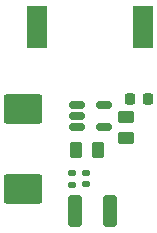
<source format=gbr>
%TF.GenerationSoftware,KiCad,Pcbnew,8.0.4*%
%TF.CreationDate,2024-12-02T13:52:30-05:00*%
%TF.ProjectId,13vconvertertest,31337663-6f6e-4766-9572-746572746573,rev?*%
%TF.SameCoordinates,Original*%
%TF.FileFunction,Paste,Top*%
%TF.FilePolarity,Positive*%
%FSLAX46Y46*%
G04 Gerber Fmt 4.6, Leading zero omitted, Abs format (unit mm)*
G04 Created by KiCad (PCBNEW 8.0.4) date 2024-12-02 13:52:30*
%MOMM*%
%LPD*%
G01*
G04 APERTURE LIST*
G04 Aperture macros list*
%AMRoundRect*
0 Rectangle with rounded corners*
0 $1 Rounding radius*
0 $2 $3 $4 $5 $6 $7 $8 $9 X,Y pos of 4 corners*
0 Add a 4 corners polygon primitive as box body*
4,1,4,$2,$3,$4,$5,$6,$7,$8,$9,$2,$3,0*
0 Add four circle primitives for the rounded corners*
1,1,$1+$1,$2,$3*
1,1,$1+$1,$4,$5*
1,1,$1+$1,$6,$7*
1,1,$1+$1,$8,$9*
0 Add four rect primitives between the rounded corners*
20,1,$1+$1,$2,$3,$4,$5,0*
20,1,$1+$1,$4,$5,$6,$7,0*
20,1,$1+$1,$6,$7,$8,$9,0*
20,1,$1+$1,$8,$9,$2,$3,0*%
G04 Aperture macros list end*
%ADD10R,1.800000X3.600000*%
%ADD11RoundRect,0.250000X-0.325000X-1.100000X0.325000X-1.100000X0.325000X1.100000X-0.325000X1.100000X0*%
%ADD12RoundRect,0.250000X1.400000X1.000000X-1.400000X1.000000X-1.400000X-1.000000X1.400000X-1.000000X0*%
%ADD13RoundRect,0.135000X-0.185000X0.135000X-0.185000X-0.135000X0.185000X-0.135000X0.185000X0.135000X0*%
%ADD14RoundRect,0.150000X-0.512500X-0.150000X0.512500X-0.150000X0.512500X0.150000X-0.512500X0.150000X0*%
%ADD15RoundRect,0.225000X-0.225000X-0.250000X0.225000X-0.250000X0.225000X0.250000X-0.225000X0.250000X0*%
%ADD16RoundRect,0.250000X-0.262500X-0.450000X0.262500X-0.450000X0.262500X0.450000X-0.262500X0.450000X0*%
%ADD17RoundRect,0.140000X-0.170000X0.140000X-0.170000X-0.140000X0.170000X-0.140000X0.170000X0.140000X0*%
%ADD18RoundRect,0.250000X-0.450000X0.262500X-0.450000X-0.262500X0.450000X-0.262500X0.450000X0.262500X0*%
G04 APERTURE END LIST*
D10*
%TO.C,L1*%
X96800000Y-29880000D03*
X87800000Y-29880000D03*
%TD*%
D11*
%TO.C,C3*%
X91015000Y-45520000D03*
X93965000Y-45520000D03*
%TD*%
D12*
%TO.C,D1*%
X86650000Y-43610000D03*
X86650000Y-36810000D03*
%TD*%
D13*
%TO.C,R3*%
X90790000Y-42260000D03*
X90790000Y-43280000D03*
%TD*%
D14*
%TO.C,U1*%
X91175000Y-36500000D03*
X91175000Y-37450000D03*
X91175000Y-38400000D03*
X93450000Y-38400000D03*
X93450000Y-36500000D03*
%TD*%
D15*
%TO.C,C1*%
X95650000Y-35960000D03*
X97200000Y-35960000D03*
%TD*%
D16*
%TO.C,R2*%
X91147500Y-40350000D03*
X92972500Y-40350000D03*
%TD*%
D17*
%TO.C,C2*%
X91940000Y-42270000D03*
X91940000Y-43230000D03*
%TD*%
D18*
%TO.C,R1*%
X95390000Y-37487500D03*
X95390000Y-39312500D03*
%TD*%
M02*

</source>
